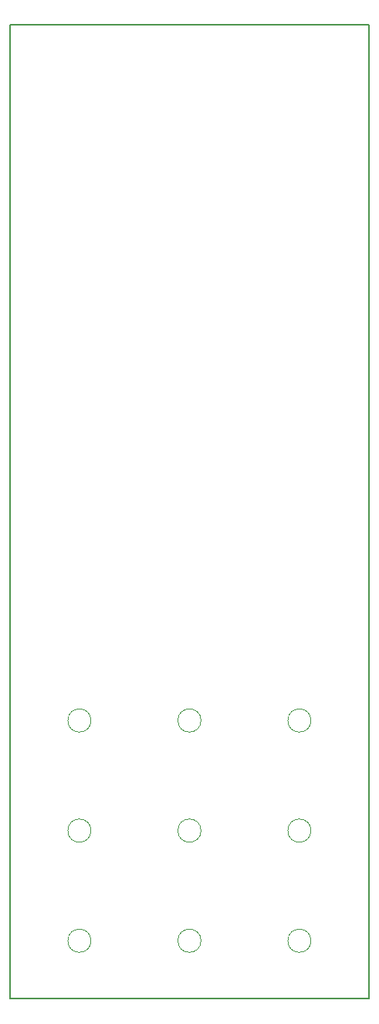
<source format=gm1>
G04 #@! TF.GenerationSoftware,KiCad,Pcbnew,(5.1.2)-1*
G04 #@! TF.CreationDate,2019-10-29T22:05:20+01:00*
G04 #@! TF.ProjectId,takt,74616b74-2e6b-4696-9361-645f70636258,rev?*
G04 #@! TF.SameCoordinates,Original*
G04 #@! TF.FileFunction,Profile,NP*
%FSLAX46Y46*%
G04 Gerber Fmt 4.6, Leading zero omitted, Abs format (unit mm)*
G04 Created by KiCad (PCBNEW (5.1.2)-1) date 2019-10-29 22:05:20*
%MOMM*%
%LPD*%
G04 APERTURE LIST*
%ADD10C,0.100000*%
%ADD11C,0.200000*%
G04 APERTURE END LIST*
D10*
X101600000Y-151130000D02*
G75*
G03X101600000Y-151130000I-1270000J0D01*
G01*
X89535000Y-151130000D02*
G75*
G03X89535000Y-151130000I-1270000J0D01*
G01*
X77470000Y-151130000D02*
G75*
G03X77470000Y-151130000I-1270000J0D01*
G01*
X101600000Y-139065000D02*
G75*
G03X101600000Y-139065000I-1270000J0D01*
G01*
X89535000Y-139065000D02*
G75*
G03X89535000Y-139065000I-1270000J0D01*
G01*
X77470000Y-139065000D02*
G75*
G03X77470000Y-139065000I-1270000J0D01*
G01*
X77470000Y-127000000D02*
G75*
G03X77470000Y-127000000I-1270000J0D01*
G01*
X89535000Y-127000000D02*
G75*
G03X89535000Y-127000000I-1270000J0D01*
G01*
X101600000Y-127000000D02*
G75*
G03X101600000Y-127000000I-1270000J0D01*
G01*
D11*
X107950000Y-50799999D02*
X68580000Y-50799999D01*
X68580000Y-50799999D02*
X68580000Y-157480000D01*
X68580000Y-157480000D02*
X107950000Y-157480000D01*
X107950000Y-157480000D02*
X107950000Y-50799999D01*
M02*

</source>
